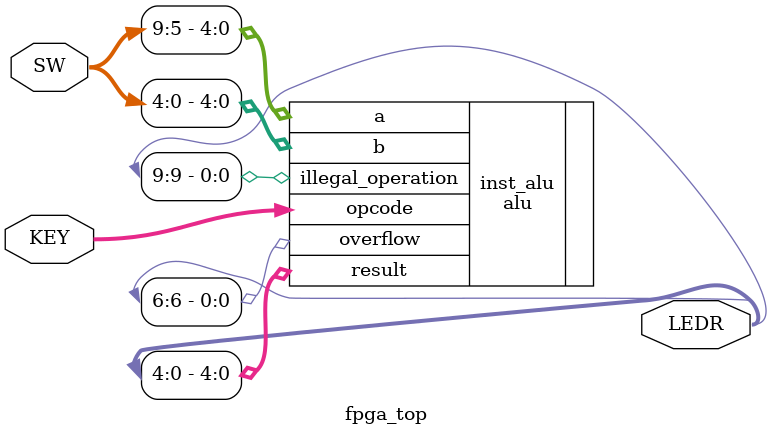
<source format=sv>
module fpga_top
(
    input  [1:0] KEY,
    input  [9:0] SW,

    output [9:0] LEDR
);

    alu inst_alu
    (
        .a                 ( SW[9:5]   ),
        .b                 ( SW[4:0]   ),
        .opcode            ( KEY       ),
        .result            ( LEDR[4:0] ),
        .overflow          ( LEDR[6]   ),
        .illegal_operation ( LEDR[9]   )
    );

endmodule

</source>
